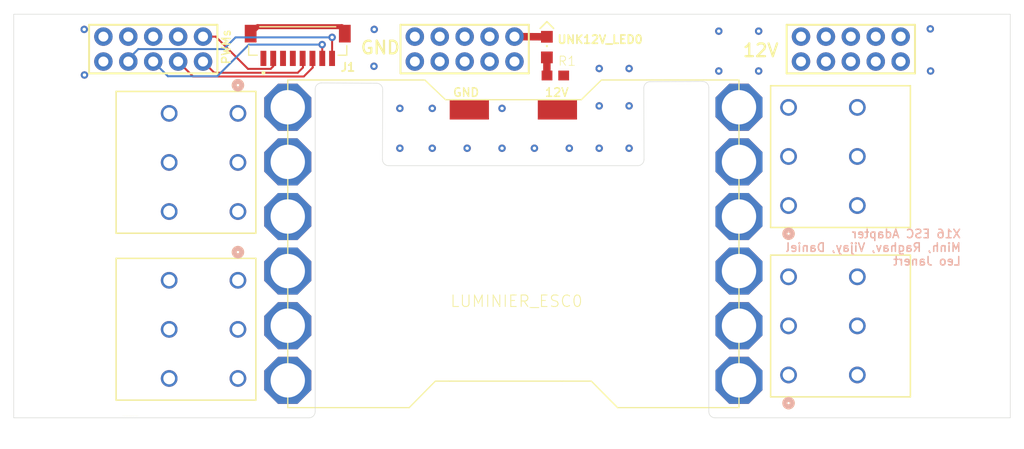
<source format=kicad_pcb>
(kicad_pcb (version 20240108) (generator "pcbnew") (generator_version "8.0")
  (layers (0 "F.Cu" signal) (31 "B.Cu" signal) (34 "B.Paste" user) (35 "F.Paste" user) (36 "B.SilkS" user "B.Silkscreen") (37 "F.SilkS" user "F.Silkscreen") (38 "B.Mask" user) (39 "F.Mask" user) (44 "Edge.Cuts" user))
  (net 0 "")
  (net 1 "12V")
  (net 2 "GND")
  (net 3 "ESC3A")
  (net 4 "ESC3B")
  (net 5 "ESC3C")
  (net 6 "ESC1A")
  (net 7 "ESC1B")
  (net 8 "ESC1C")
  (net 9 "ESC2A")
  (net 10 "ESC2B")
  (net 11 "ESC2C")
  (net 12 "ESC4A")
  (net 13 "ESC4B")
  (net 14 "ESC4C")
  (net 15 "MTR_1")
  (net 16 "MTR_2")
  (net 17 "MTR_3")
  (net 18 "MTR_4")
  (net 19 "N$1")
  (footprint "" (layer "F.Cu") (at 197.2691 111.208819)
    (property "Reference" "@HOLE9" (hide yes))
    (property "Value" "")
    (pad "" np_thru_hole circle (at 0 0) (size 1.778 1.778) (drill 1.778) (layers "*.Cu" "*.Mask"))
  )
  (footprint "X16-ESC-Adapter:CONN3_1824750000_WED" (layer "F.Cu") (at 176.6951 103.9368 90)
    (property "Reference" "ESC4")
    (property "Value" "CONN_1824750000")
    (fp_arc (start -2.4892 0) (mid -2.8702 0.381) (end -3.2512 0) (stroke (width 0.508)) (layer "B.SilkS"))
    (fp_arc (start -3.2512 0) (mid -2.8702 -0.381) (end -2.4892 0) (stroke (width 0.508)) (layer "B.SilkS"))
    (fp_line (start 12.2174 -1.8288) (end -2.2352 -1.8288) (stroke (width 0.1524)) (layer "F.SilkS"))
    (fp_line (start -2.2352 -1.8288) (end -2.2352 12.4206) (stroke (width 0.1524)) (layer "F.SilkS"))
    (fp_line (start 12.2174 12.4206) (end 12.2174 -1.8288) (stroke (width 0.1524)) (layer "F.SilkS"))
    (fp_line (start -2.2352 12.4206) (end 12.2174 12.4206) (stroke (width 0.1524)) (layer "F.SilkS"))
    (fp_arc (start -2.4892 0) (mid -2.8702 0.381) (end -3.2512 0) (stroke (width 0.508)) (layer "F.SilkS"))
    (fp_arc (start -3.2512 0) (mid -2.8702 -0.381) (end -2.4892 0) (stroke (width 0.508)) (layer "F.SilkS"))
    (pad "1" thru_hole circle (at 0 0 90) (size 1.7018 1.7018) (drill 1.1938) (layers "*.Cu" "*.Mask") (net 14 "ESC4C"))
    (pad "2" thru_hole circle (at 0 7.0104 90) (size 1.7018 1.7018) (drill 1.1938) (layers "*.Cu" "*.Mask") (net 14 "ESC4C"))
    (pad "3" thru_hole circle (at 5.0038 0 90) (size 1.7018 1.7018) (drill 1.1938) (layers "*.Cu" "*.Mask") (net 13 "ESC4B"))
    (pad "4" thru_hole circle (at 5.0038 7.0104 90) (size 1.7018 1.7018) (drill 1.1938) (layers "*.Cu" "*.Mask") (net 13 "ESC4B"))
    (pad "5" thru_hole circle (at 10.0076 0 90) (size 1.7018 1.7018) (drill 1.1938) (layers "*.Cu" "*.Mask") (net 12 "ESC4A"))
    (pad "6" thru_hole circle (at 10.0076 7.0104 90) (size 1.7018 1.7018) (drill 1.1938) (layers "*.Cu" "*.Mask") (net 12 "ESC4A"))
  )
  (footprint "X16-ESC-Adapter:0603_532" (layer "F.Cu") (at 152.9207 90.678 180)
    (property "Reference" "R1" (at -1.1938 0.9144 0) (layer "F.SilkS") (effects (font (size 0.942848 0.942848) (thickness 0.073152)) (justify bottom)))
    (property "Value" "0.1" (hide yes))
    (pad "1" smd rect (at -0.85 0 180) (size 1.1 1) (layers "F.Cu" "F.Paste" "F.Mask") (net 1 "12V"))
    (pad "2" smd rect (at 0.85 0 180) (size 1.1 1) (layers "F.Cu" "F.Paste" "F.Mask") (net 19 "N$1"))
  )
  (footprint "X16-ESC-Adapter:6-32-HOLE" (layer "F.Cu") (at 101.5111 88.2396)
    (property "Reference" "U$1" (hide yes))
    (property "Value" "")
    (pad "" np_thru_hole circle (at 0 0) (size 3.81 3.81) (drill 3.81) (layers "*.Cu" "*.Mask"))
  )
  (footprint "" (layer "F.Cu") (at 197.2691 116.20881)
    (property "Reference" "@HOLE10" (hide yes))
    (property "Value" "")
    (pad "" np_thru_hole circle (at 0 0) (size 1.778 1.778) (drill 1.778) (layers "*.Cu" "*.Mask"))
  )
  (footprint "X16-ESC-Adapter:CONN3_1824750000_WED" (layer "F.Cu") (at 120.5611 94.5388 -90)
    (property "Reference" "ESC1")
    (property "Value" "CONN_1824750000")
    (fp_arc (start -3.2512 0) (mid -2.8702 -0.381) (end -2.4892 0) (stroke (width 0.508)) (layer "B.SilkS"))
    (fp_arc (start -2.4892 0) (mid -2.8702 0.381) (end -3.2512 0) (stroke (width 0.508)) (layer "B.SilkS"))
    (fp_line (start -2.2352 12.4206) (end 12.2174 12.4206) (stroke (width 0.1524)) (layer "F.SilkS"))
    (fp_line (start 12.2174 12.4206) (end 12.2174 -1.8288) (stroke (width 0.1524)) (layer "F.SilkS"))
    (fp_line (start -2.2352 -1.8288) (end -2.2352 12.4206) (stroke (width 0.1524)) (layer "F.SilkS"))
    (fp_line (start 12.2174 -1.8288) (end -2.2352 -1.8288) (stroke (width 0.1524)) (layer "F.SilkS"))
    (fp_arc (start -3.2512 0) (mid -2.8702 -0.381) (end -2.4892 0) (stroke (width 0.508)) (layer "F.SilkS"))
    (fp_arc (start -2.4892 0) (mid -2.8702 0.381) (end -3.2512 0) (stroke (width 0.508)) (layer "F.SilkS"))
    (pad "1" thru_hole circle (at 0 0 270) (size 1.7018 1.7018) (drill 1.1938) (layers "*.Cu" "*.Mask") (net 6 "ESC1A"))
    (pad "2" thru_hole circle (at 0 7.0104 270) (size 1.7018 1.7018) (drill 1.1938) (layers "*.Cu" "*.Mask") (net 6 "ESC1A"))
    (pad "3" thru_hole circle (at 5.0038 0 270) (size 1.7018 1.7018) (drill 1.1938) (layers "*.Cu" "*.Mask") (net 7 "ESC1B"))
    (pad "4" thru_hole circle (at 5.0038 7.0104 270) (size 1.7018 1.7018) (drill 1.1938) (layers "*.Cu" "*.Mask") (net 7 "ESC1B"))
    (pad "5" thru_hole circle (at 10.0076 0 270) (size 1.7018 1.7018) (drill 1.1938) (layers "*.Cu" "*.Mask") (net 8 "ESC1C"))
    (pad "6" thru_hole circle (at 10.0076 7.0104 270) (size 1.7018 1.7018) (drill 1.1938) (layers "*.Cu" "*.Mask") (net 8 "ESC1C"))
  )
  (footprint "X16-ESC-Adapter:CONN3_1824750000_WED" (layer "F.Cu") (at 176.6951 121.2088 90)
    (property "Reference" "ESC3")
    (property "Value" "CONN_1824750000")
    (fp_arc (start -2.4892 0) (mid -2.8702 0.381) (end -3.2512 0) (stroke (width 0.508)) (layer "B.SilkS"))
    (fp_arc (start -3.2512 0) (mid -2.8702 -0.381) (end -2.4892 0) (stroke (width 0.508)) (layer "B.SilkS"))
    (fp_line (start 12.2174 -1.8288) (end -2.2352 -1.8288) (stroke (width 0.1524)) (layer "F.SilkS"))
    (fp_line (start -2.2352 -1.8288) (end -2.2352 12.4206) (stroke (width 0.1524)) (layer "F.SilkS"))
    (fp_line (start 12.2174 12.4206) (end 12.2174 -1.8288) (stroke (width 0.1524)) (layer "F.SilkS"))
    (fp_line (start -2.2352 12.4206) (end 12.2174 12.4206) (stroke (width 0.1524)) (layer "F.SilkS"))
    (fp_arc (start -2.4892 0) (mid -2.8702 0.381) (end -3.2512 0) (stroke (width 0.508)) (layer "F.SilkS"))
    (fp_arc (start -3.2512 0) (mid -2.8702 -0.381) (end -2.4892 0) (stroke (width 0.508)) (layer "F.SilkS"))
    (pad "1" thru_hole circle (at 0 0 90) (size 1.7018 1.7018) (drill 1.1938) (layers "*.Cu" "*.Mask") (net 5 "ESC3C"))
    (pad "2" thru_hole circle (at 0 7.0104 90) (size 1.7018 1.7018) (drill 1.1938) (layers "*.Cu" "*.Mask") (net 5 "ESC3C"))
    (pad "3" thru_hole circle (at 5.0038 0 90) (size 1.7018 1.7018) (drill 1.1938) (layers "*.Cu" "*.Mask") (net 4 "ESC3B"))
    (pad "4" thru_hole circle (at 5.0038 7.0104 90) (size 1.7018 1.7018) (drill 1.1938) (layers "*.Cu" "*.Mask") (net 4 "ESC3B"))
    (pad "5" thru_hole circle (at 10.0076 0 90) (size 1.7018 1.7018) (drill 1.1938) (layers "*.Cu" "*.Mask") (net 3 "ESC3A"))
    (pad "6" thru_hole circle (at 10.0076 7.0104 90) (size 1.7018 1.7018) (drill 1.1938) (layers "*.Cu" "*.Mask") (net 3 "ESC3A"))
  )
  (footprint "" (layer "F.Cu") (at 99.7331 99.538791)
    (property "Reference" "@HOLE1" (hide yes))
    (property "Value" "")
    (pad "" np_thru_hole circle (at 0 0) (size 1.778 1.778) (drill 1.778) (layers "*.Cu" "*.Mask"))
  )
  (footprint "X16-ESC-Adapter:CHIPLED_0805_259" (layer "F.Cu") (at 152.0571 87.7824)
    (property "Reference" "UNK12V_LED0" (at 0.9906 -0.2794 0) (layer "F.SilkS") (effects (font (size 0.84074 0.84074) (thickness 0.17526)) (justify left bottom)))
    (property "Value" "")
    (fp_poly (pts (xy -0.1 0) (xy 0.1 0) (xy 0.1 -0.2) (xy -0.1 -0.2)) (fill solid) (layer "F.SilkS"))
    (pad "A" smd rect (at 0 1.05) (size 1.2 1.2) (layers "F.Cu" "F.Paste" "F.Mask") (net 19 "N$1"))
    (pad "C" smd rect (at 0 -1.05) (size 1.2 1.2) (layers "F.Cu" "F.Paste" "F.Mask") (net 2 "GND"))
  )
  (footprint "" (layer "F.Cu") (at 197.2691 121.2088)
    (property "Reference" "@HOLE11" (hide yes))
    (property "Value" "")
    (pad "" np_thru_hole circle (at 0 0) (size 1.778 1.778) (drill 1.778) (layers "*.Cu" "*.Mask"))
  )
  (footprint "X16-ESC-Adapter:6-32-HOLE" (layer "F.Cu") (at 195.4911 88.2396)
    (property "Reference" "U$2" (hide yes))
    (property "Value" "")
    (pad "" np_thru_hole circle (at 0 0) (size 3.81 3.81) (drill 3.81) (layers "*.Cu" "*.Mask"))
  )
  (footprint "X16-ESC-Adapter:CONN_BACKPLANE_ESC_ADAPTER" (layer "F.Cu") (at 97.7011 125.5776)
    (property "Reference" "PWR0" (hide yes))
    (property "Value" "CONN_BACKPLANE_ESC_ADAPTER" (hide yes))
    (fp_line (start 7.684 -35.117) (end 7.684 -40.067) (stroke (width 0.2)) (layer "F.SilkS"))
    (fp_line (start 20.764 -40.067) (end 7.684 -40.067) (stroke (width 0.2)) (layer "F.SilkS"))
    (fp_line (start 20.764 -40.067) (end 20.764 -35.117) (stroke (width 0.2)) (layer "F.SilkS"))
    (fp_line (start 20.764 -35.117) (end 7.684 -35.117) (stroke (width 0.2)) (layer "F.SilkS"))
    (fp_line (start 39.434 -35.117) (end 39.434 -40.067) (stroke (width 0.2)) (layer "F.SilkS"))
    (fp_line (start 52.514 -40.067) (end 39.434 -40.067) (stroke (width 0.2)) (layer "F.SilkS"))
    (fp_line (start 52.514 -40.067) (end 52.514 -35.117) (stroke (width 0.2)) (layer "F.SilkS"))
    (fp_line (start 52.514 -35.117) (end 39.434 -35.117) (stroke (width 0.2)) (layer "F.SilkS"))
    (fp_line (start 78.804 -35.117) (end 78.804 -40.067) (stroke (width 0.2)) (layer "F.SilkS"))
    (fp_line (start 91.884 -40.067) (end 78.804 -40.067) (stroke (width 0.2)) (layer "F.SilkS"))
    (fp_line (start 91.884 -40.067) (end 91.884 -35.117) (stroke (width 0.2)) (layer "F.SilkS"))
    (fp_line (start 91.884 -35.117) (end 78.804 -35.117) (stroke (width 0.2)) (layer "F.SilkS"))
    (pad "12V@3" thru_hole circle (at 90.424 -36.322 180) (size 1.8796 1.8796) (drill 1.016) (layers "*.Cu" "*.Mask") (net 1 "12V"))
    (pad "12V@4" thru_hole circle (at 90.424 -38.862 180) (size 1.8796 1.8796) (drill 1.016) (layers "*.Cu" "*.Mask") (net 1 "12V"))
    (pad "12V@5" thru_hole circle (at 87.884 -36.322 180) (size 1.8796 1.8796) (drill 1.016) (layers "*.Cu" "*.Mask") (net 1 "12V"))
    (pad "12V@6" thru_hole circle (at 87.884 -38.862 180) (size 1.8796 1.8796) (drill 1.016) (layers "*.Cu" "*.Mask") (net 1 "12V"))
    (pad "12V@7" thru_hole circle (at 85.344 -36.322 180) (size 1.8796 1.8796) (drill 1.016) (layers "*.Cu" "*.Mask") (net 1 "12V"))
    (pad "12V@8" thru_hole circle (at 85.344 -38.862 180) (size 1.8796 1.8796) (drill 1.016) (layers "*.Cu" "*.Mask") (net 1 "12V"))
    (pad "12V@9" thru_hole circle (at 82.804 -36.322 180) (size 1.8796 1.8796) (drill 1.016) (layers "*.Cu" "*.Mask") (net 1 "12V"))
    (pad "12V@10" thru_hole circle (at 82.804 -38.862 180) (size 1.8796 1.8796) (drill 1.016) (layers "*.Cu" "*.Mask") (net 1 "12V"))
    (pad "12V@11" thru_hole circle (at 80.264 -36.322 180) (size 1.8796 1.8796) (drill 1.016) (layers "*.Cu" "*.Mask") (net 1 "12V"))
    (pad "12V@12" thru_hole circle (at 80.264 -38.862 180) (size 1.8796 1.8796) (drill 1.016) (layers "*.Cu" "*.Mask") (net 1 "12V"))
    (pad "GND@1" thru_hole circle (at 51.054 -38.862) (size 1.8796 1.8796) (drill 1.016) (layers "*.Cu" "*.Mask") (net 2 "GND"))
    (pad "GND@2" thru_hole circle (at 51.054 -36.322) (size 1.8796 1.8796) (drill 1.016) (layers "*.Cu" "*.Mask") (net 2 "GND"))
    (pad "GND@3" thru_hole circle (at 48.514 -38.862) (size 1.8796 1.8796) (drill 1.016) (layers "*.Cu" "*.Mask") (net 2 "GND"))
    (pad "GND@4" thru_hole circle (at 48.514 -36.322) (size 1.8796 1.8796) (drill 1.016) (layers "*.Cu" "*.Mask") (net 2 "GND"))
    (pad "GND@5" thru_hole circle (at 45.974 -38.862) (size 1.8796 1.8796) (drill 1.016) (layers "*.Cu" "*.Mask") (net 2 "GND"))
    (pad "GND@6" thru_hole circle (at 45.974 -36.322) (size 1.8796 1.8796) (drill 1.016) (layers "*.Cu" "*.Mask") (net 2 "GND"))
    (pad "GND@7" thru_hole circle (at 43.434 -38.862) (size 1.8796 1.8796) (drill 1.016) (layers "*.Cu" "*.Mask") (net 2 "GND"))
    (pad "GND@8" thru_hole circle (at 43.434 -36.322) (size 1.8796 1.8796) (drill 1.016) (layers "*.Cu" "*.Mask") (net 2 "GND"))
    (pad "GND@9" thru_hole circle (at 40.894 -38.862) (size 1.8796 1.8796) (drill 1.016) (layers "*.Cu" "*.Mask") (net 2 "GND"))
    (pad "GND@10" thru_hole circle (at 40.894 -36.322) (size 1.8796 1.8796) (drill 1.016) (layers "*.Cu" "*.Mask") (net 2 "GND"))
    (pad "NC@1" thru_hole circle (at 19.304 -38.862) (size 1.8796 1.8796) (drill 1.016) (layers "*.Cu" "*.Mask") (net 2 "GND"))
    (pad "NC@2" thru_hole circle (at 16.764 -38.862) (size 1.8796 1.8796) (drill 1.016) (layers "*.Cu" "*.Mask") (net 2 "GND"))
    (pad "NC@3" thru_hole circle (at 14.224 -38.862) (size 1.8796 1.8796) (drill 1.016) (layers "*.Cu" "*.Mask") (net 2 "GND"))
    (pad "NC@4" thru_hole circle (at 11.684 -38.862) (size 1.8796 1.8796) (drill 1.016) (layers "*.Cu" "*.Mask") (net 2 "GND"))
    (pad "NC@5" thru_hole circle (at 9.144 -38.862) (size 1.8796 1.8796) (drill 1.016) (layers "*.Cu" "*.Mask") (net 2 "GND"))
    (pad "NC@6" thru_hole circle (at 9.144 -36.322) (size 1.8796 1.8796) (drill 1.016) (layers "*.Cu" "*.Mask") (net 2 "GND"))
    (pad "PWM0" thru_hole circle (at 19.304 -36.322) (size 1.8796 1.8796) (drill 1.016) (layers "*.Cu" "*.Mask") (net 15 "MTR_1"))
    (pad "PWM1" thru_hole circle (at 16.764 -36.322) (size 1.8796 1.8796) (drill 1.016) (layers "*.Cu" "*.Mask") (net 16 "MTR_2"))
    (pad "PWM2" thru_hole circle (at 14.224 -36.322) (size 1.8796 1.8796) (drill 1.016) (layers "*.Cu" "*.Mask") (net 17 "MTR_3"))
    (pad "PWM3" thru_hole circle (at 11.684 -36.322) (size 1.8796 1.8796) (drill 1.016) (layers "*.Cu" "*.Mask") (net 18 "MTR_4"))
  )
  (footprint "X16-ESC-Adapter:CONN3_1824750000_WED" (layer "F.Cu") (at 120.5611 111.5568 -90)
    (property "Reference" "ESC2")
    (property "Value" "CONN_1824750000")
    (fp_arc (start -3.2512 0) (mid -2.8702 -0.381) (end -2.4892 0) (stroke (width 0.508)) (layer "B.SilkS"))
    (fp_arc (start -2.4892 0) (mid -2.8702 0.381) (end -3.2512 0) (stroke (width 0.508)) (layer "B.SilkS"))
    (fp_line (start -2.2352 12.4206) (end 12.2174 12.4206) (stroke (width 0.1524)) (layer "F.SilkS"))
    (fp_line (start 12.2174 12.4206) (end 12.2174 -1.8288) (stroke (width 0.1524)) (layer "F.SilkS"))
    (fp_line (start -2.2352 -1.8288) (end -2.2352 12.4206) (stroke (width 0.1524)) (layer "F.SilkS"))
    (fp_line (start 12.2174 -1.8288) (end -2.2352 -1.8288) (stroke (width 0.1524)) (layer "F.SilkS"))
    (fp_arc (start -3.2512 0) (mid -2.8702 -0.381) (end -2.4892 0) (stroke (width 0.508)) (layer "F.SilkS"))
    (fp_arc (start -2.4892 0) (mid -2.8702 0.381) (end -3.2512 0) (stroke (width 0.508)) (layer "F.SilkS"))
    (pad "1" thru_hole circle (at 0 0 270) (size 1.7018 1.7018) (drill 1.1938) (layers "*.Cu" "*.Mask") (net 9 "ESC2A"))
    (pad "2" thru_hole circle (at 0 7.0104 270) (size 1.7018 1.7018) (drill 1.1938) (layers "*.Cu" "*.Mask") (net 9 "ESC2A"))
    (pad "3" thru_hole circle (at 5.0038 0 270) (size 1.7018 1.7018) (drill 1.1938) (layers "*.Cu" "*.Mask") (net 10 "ESC2B"))
    (pad "4" thru_hole circle (at 5.0038 7.0104 270) (size 1.7018 1.7018) (drill 1.1938) (layers "*.Cu" "*.Mask") (net 10 "ESC2B"))
    (pad "5" thru_hole circle (at 10.0076 0 270) (size 1.7018 1.7018) (drill 1.1938) (layers "*.Cu" "*.Mask") (net 11 "ESC2C"))
    (pad "6" thru_hole circle (at 10.0076 7.0104 270) (size 1.7018 1.7018) (drill 1.1938) (layers "*.Cu" "*.Mask") (net 11 "ESC2C"))
  )
  (footprint "X16-ESC-Adapter:JST_BM08B-SRSS-TB(LF)(SN)" (layer "F.Cu") (at 126.6571 86.4108)
    (property "Reference" "J1" (at 4.2814 3.9206 0) (layer "F.SilkS") (effects (font (size 0.84074 0.84074) (thickness 0.17526)) (justify left bottom)))
    (property "Value" "BM08B-SRSS-TB(LF)(SN)")
    (fp_line (start -5 2.2) (end -5 1.22) (stroke (width 0.127)) (layer "F.SilkS"))
    (fp_line (start -4.12 2.2) (end -5 2.2) (stroke (width 0.127)) (layer "F.SilkS"))
    (fp_line (start -3.88 -0.7) (end 3.88 -0.7) (stroke (width 0.127)) (layer "F.SilkS"))
    (fp_line (start 5 2.2) (end 4.12 2.2) (stroke (width 0.127)) (layer "F.SilkS"))
    (fp_line (start 5 2.2) (end 5 1.22) (stroke (width 0.127)) (layer "F.SilkS"))
    (fp_circle (center -3.5 4) (end -3.4 4) (stroke (width 0.2)) (fill none) (layer "F.SilkS"))
    (pad "1" smd rect (at -3.5 2.525) (size 0.6 1.55) (layers "F.Cu" "F.Paste" "F.Mask"))
    (pad "2" smd rect (at -2.5 2.525) (size 0.6 1.55) (layers "F.Cu" "F.Paste" "F.Mask") (net 2 "GND"))
    (pad "3" smd rect (at -1.5 2.525) (size 0.6 1.55) (layers "F.Cu" "F.Paste" "F.Mask"))
    (pad "4" smd rect (at -0.5 2.525) (size 0.6 1.55) (layers "F.Cu" "F.Paste" "F.Mask"))
    (pad "5" smd rect (at 0.5 2.525) (size 0.6 1.55) (layers "F.Cu" "F.Paste" "F.Mask") (net 15 "MTR_1"))
    (pad "6" smd rect (at 1.5 2.525) (size 0.6 1.55) (layers "F.Cu" "F.Paste" "F.Mask") (net 16 "MTR_2"))
    (pad "7" smd rect (at 2.5 2.525) (size 0.6 1.55) (layers "F.Cu" "F.Paste" "F.Mask") (net 17 "MTR_3"))
    (pad "8" smd rect (at 3.5 2.525) (size 0.6 1.55) (layers "F.Cu" "F.Paste" "F.Mask") (net 18 "MTR_4"))
    (pad "S1" smd rect (at -4.8 0) (size 1.2 1.8) (layers "F.Cu" "F.Paste" "F.Mask") (net 2 "GND"))
    (pad "S2" smd rect (at 4.8 0) (size 1.2 1.8) (layers "F.Cu" "F.Paste" "F.Mask") (net 2 "GND"))
  )
  (footprint "" (layer "F.Cu") (at 99.7331 121.556782)
    (property "Reference" "@HOLE5" (hide yes))
    (property "Value" "")
    (pad "" np_thru_hole circle (at 0 0) (size 1.778 1.778) (drill 1.778) (layers "*.Cu" "*.Mask"))
  )
  (footprint "X16-ESC-Adapter:LUMENIER" (layer "F.Cu") (at 125.6411 124.5362)
    (property "Reference" "LUMINIER_ESC0" (at 16.51 -10.16 0) (layer "F.SilkS") (effects (font (size 1.176528 1.176528) (thickness 0.093472)) (justify left bottom)))
    (property "Value" "LUMENIER" (hide yes))
    (fp_line (start 0 -33.4) (end 0 0) (stroke (width 0.127)) (layer "F.SilkS"))
    (fp_line (start 0 -33.4) (end 13.97 -33.4) (stroke (width 0.127)) (layer "F.SilkS"))
    (fp_line (start 0 0) (end 12.38 0) (stroke (width 0.127)) (layer "F.SilkS"))
    (fp_line (start 12.38 0) (end 15.05 -2.7) (stroke (width 0.127)) (layer "F.SilkS"))
    (fp_line (start 13.97 -33.4) (end 16.08 -31.39) (stroke (width 0.127)) (layer "F.SilkS"))
    (fp_line (start 15.05 -2.7) (end 16.51 -2.7) (stroke (width 0.127)) (layer "F.SilkS"))
    (fp_line (start 16.08 -31.39) (end 16.77 -31.39) (stroke (width 0.127)) (layer "F.SilkS"))
    (fp_line (start 16.51 -2.7) (end 27.94 -2.7) (stroke (width 0.127)) (layer "F.SilkS"))
    (fp_line (start 16.77 -31.39) (end 20.25 -31.39) (stroke (width 0.127)) (layer "F.SilkS"))
    (fp_line (start 20.25 -31.39) (end 29.93 -31.39) (stroke (width 0.127)) (layer "F.SilkS"))
    (fp_line (start 27.94 -2.7) (end 30.95 -2.7) (stroke (width 0.127)) (layer "F.SilkS"))
    (fp_line (start 29.93 -31.39) (end 31.98 -33.4) (stroke (width 0.127)) (layer "F.SilkS"))
    (fp_line (start 30.95 -2.7) (end 33.62 0) (stroke (width 0.127)) (layer "F.SilkS"))
    (fp_line (start 31.98 -33.4) (end 46 -33.4) (stroke (width 0.127)) (layer "F.SilkS"))
    (fp_line (start 33.62 0) (end 46 0) (stroke (width 0.127)) (layer "F.SilkS"))
    (fp_line (start 46 0) (end 46 -33.4) (stroke (width 0.127)) (layer "F.SilkS"))
    (pad "1" thru_hole roundrect (at 0 -30.62) (size 4.8 4.8) (drill 3.5) (layers "*.Cu" "*.Mask") (chamfer_ratio 0.2928932188) (chamfer top_left top_right bottom_left bottom_right) (net 6 "ESC1A"))
    (pad "2" thru_hole roundrect (at 0 -25.05) (size 4.8 4.8) (drill 3.5) (layers "*.Cu" "*.Mask") (chamfer_ratio 0.2928932188) (chamfer top_left top_right bottom_left bottom_right) (net 7 "ESC1B"))
    (pad "3" thru_hole roundrect (at 0 -19.48) (size 4.8 4.8) (drill 3.5) (layers "*.Cu" "*.Mask") (chamfer_ratio 0.2928932188) (chamfer top_left top_right bottom_left bottom_right) (net 8 "ESC1C"))
    (pad "4" thru_hole roundrect (at 0 -13.92) (size 4.8 4.8) (drill 3.5) (layers "*.Cu" "*.Mask") (chamfer_ratio 0.2928932188) (chamfer top_left top_right bottom_left bottom_right) (net 9 "ESC2A"))
    (pad "5" thru_hole roundrect (at 0 -8.35) (size 4.8 4.8) (drill 3.5) (layers "*.Cu" "*.Mask") (chamfer_ratio 0.2928932188) (chamfer top_left top_right bottom_left bottom_right) (net 10 "ESC2B"))
    (pad "6" thru_hole roundrect (at 0 -2.78) (size 4.8 4.8) (drill 3.5) (layers "*.Cu" "*.Mask") (chamfer_ratio 0.2928932188) (chamfer top_left top_right bottom_left bottom_right) (net 11 "ESC2C"))
    (pad "7" thru_hole roundrect (at 46 -2.78) (size 4.8 4.8) (drill 3.5) (layers "*.Cu" "*.Mask") (chamfer_ratio 0.2928932188) (chamfer top_left top_right bottom_left bottom_right) (net 5 "ESC3C"))
    (pad "8" thru_hole roundrect (at 46 -8.35) (size 4.8 4.8) (drill 3.5) (layers "*.Cu" "*.Mask") (chamfer_ratio 0.2928932188) (chamfer top_left top_right bottom_left bottom_right) (net 4 "ESC3B"))
    (pad "9" thru_hole roundrect (at 46 -13.92) (size 4.8 4.8) (drill 3.5) (layers "*.Cu" "*.Mask") (chamfer_ratio 0.2928932188) (chamfer top_left top_right bottom_left bottom_right) (net 3 "ESC3A"))
    (pad "10" thru_hole roundrect (at 46 -19.48) (size 4.8 4.8) (drill 3.5) (layers "*.Cu" "*.Mask") (chamfer_ratio 0.2928932188) (chamfer top_left top_right bottom_left bottom_right) (net 14 "ESC4C"))
    (pad "11" thru_hole roundrect (at 46 -25.05) (size 4.8 4.8) (drill 3.5) (layers "*.Cu" "*.Mask") (chamfer_ratio 0.2928932188) (chamfer top_left top_right bottom_left bottom_right) (net 13 "ESC4B"))
    (pad "12" thru_hole roundrect (at 46 -30.62) (size 4.8 4.8) (drill 3.5) (layers "*.Cu" "*.Mask") (chamfer_ratio 0.2928932188) (chamfer top_left top_right bottom_left bottom_right) (net 12 "ESC4A"))
    (pad "GND" smd rect (at 18.51 -30.37) (size 4 2) (layers "F.Cu" "F.Paste" "F.Mask") (net 2 "GND"))
    (pad "VIN" smd rect (at 27.49 -30.37) (size 4 2) (layers "F.Cu" "F.Paste" "F.Mask") (net 1 "12V"))
  )
  (footprint "" (layer "F.Cu") (at 99.7331 94.5388)
    (property "Reference" "@HOLE0" (hide yes))
    (property "Value" "")
    (pad "" np_thru_hole circle (at 0 0) (size 1.778 1.778) (drill 1.778) (layers "*.Cu" "*.Mask"))
  )
  (footprint "" (layer "F.Cu") (at 99.7331 111.5568)
    (property "Reference" "@HOLE3" (hide yes))
    (property "Value" "")
    (pad "" np_thru_hole circle (at 0 0) (size 1.778 1.778) (drill 1.778) (layers "*.Cu" "*.Mask"))
  )
  (footprint "" (layer "F.Cu") (at 197.2691 99.538791)
    (property "Reference" "@HOLE7" (hide yes))
    (property "Value" "")
    (pad "" np_thru_hole circle (at 0 0) (size 1.778 1.778) (drill 1.778) (layers "*.Cu" "*.Mask"))
  )
  (footprint "" (layer "F.Cu") (at 99.7331 116.556791)
    (property "Reference" "@HOLE4" (hide yes))
    (property "Value" "")
    (pad "" np_thru_hole circle (at 0 0) (size 1.778 1.778) (drill 1.778) (layers "*.Cu" "*.Mask"))
  )
  (footprint "" (layer "F.Cu") (at 197.2691 94.5388)
    (property "Reference" "@HOLE6" (hide yes))
    (property "Value" "")
    (pad "" np_thru_hole circle (at 0 0) (size 1.778 1.778) (drill 1.778) (layers "*.Cu" "*.Mask"))
  )
  (footprint "" (layer "F.Cu") (at 99.7331 104.538782)
    (property "Reference" "@HOLE2" (hide yes))
    (property "Value" "")
    (pad "" np_thru_hole circle (at 0 0) (size 1.778 1.778) (drill 1.778) (layers "*.Cu" "*.Mask"))
  )
  (footprint "" (layer "F.Cu") (at 197.2691 104.538782)
    (property "Reference" "@HOLE8" (hide yes))
    (property "Value" "")
    (pad "" np_thru_hole circle (at 0 0) (size 1.778 1.778) (drill 1.778) (layers "*.Cu" "*.Mask"))
  )
  (gr_line (start 152.7429 85.8774) (end 152.0571 85.1916) (stroke (width 0.1524)) (layer "F.SilkS"))
  (gr_line (start 151.3713 85.8774) (end 152.0571 85.1916) (stroke (width 0.1524)) (layer "F.SilkS"))
  (gr_line (start 127.8001 125.5776) (end 97.7011 125.5776) (stroke (width 0.05)) (layer "Edge.Cuts"))
  (gr_line (start 161.961209 99.23566) (end 161.939581 91.946982) (stroke (width 0.05)) (layer "Edge.Cuts"))
  (gr_line (start 135.3185 92.101097) (end 135.3185 92.3036) (stroke (width 0.05)) (layer "Edge.Cuts"))
  (gr_arc (start 135.928559 99.8728) (mid 135.478666 99.685824) (end 135.293565 99.235157) (stroke (width 0.05)) (layer "Edge.Cuts"))
  (gr_line (start 128.4351 92.070754) (end 128.4351 124.9426) (stroke (width 0.05)) (layer "Edge.Cuts"))
  (gr_arc (start 161.939581 91.946982) (mid 162.123893 91.497784) (end 162.571706 91.310133) (stroke (width 0.05)) (layer "Edge.Cuts"))
  (gr_line (start 135.3185 92.3036) (end 135.293565 99.235157) (stroke (width 0.05)) (layer "Edge.Cuts"))
  (gr_arc (start 161.961208 99.235661) (mid 161.77598 99.686056) (end 161.326212 99.8728) (stroke (width 0.05)) (layer "Edge.Cuts"))
  (gr_arc (start 128.435099 92.070754) (mid 128.62227 91.620498) (end 129.073531 91.435763) (stroke (width 0.05)) (layer "Edge.Cuts"))
  (gr_line (start 162.571706 91.310132) (end 167.929228 91.285891) (stroke (width 0.05)) (layer "Edge.Cuts"))
  (gr_line (start 134.686931 91.466107) (end 129.073531 91.435763) (stroke (width 0.05)) (layer "Edge.Cuts"))
  (gr_line (start 199.3011 84.4296) (end 97.7011 84.4296) (stroke (width 0.05)) (layer "Edge.Cuts"))
  (gr_line (start 168.5671 91.920885) (end 168.5671 124.9426) (stroke (width 0.05)) (layer "Edge.Cuts"))
  (gr_arc (start 167.929228 91.285891) (mid 168.380141 91.470814) (end 168.5671 91.920886) (stroke (width 0.05)) (layer "Edge.Cuts"))
  (gr_line (start 169.2021 125.5776) (end 199.3011 125.5776) (stroke (width 0.05)) (layer "Edge.Cuts"))
  (gr_line (start 135.928559 99.8728) (end 161.326212 99.8728) (stroke (width 0.05)) (layer "Edge.Cuts"))
  (gr_arc (start 169.2021 125.5776) (mid 168.753087 125.391613) (end 168.5671 124.9426) (stroke (width 0.05)) (layer "Edge.Cuts"))
  (gr_arc (start 134.686931 91.466107) (mid 135.13375 91.653275) (end 135.318501 92.101098) (stroke (width 0.05)) (layer "Edge.Cuts"))
  (gr_arc (start 128.4351 124.9426) (mid 128.249113 125.391613) (end 127.8001 125.5776) (stroke (width 0.05)) (layer "Edge.Cuts"))
  (gr_line (start 97.7011 125.5776) (end 97.7011 84.4296) (stroke (width 0.05)) (layer "Edge.Cuts"))
  (gr_line (start 199.3011 125.5776) (end 199.3011 84.4296) (stroke (width 0.05)) (layer "Edge.Cuts"))
  (gr_text "X16 ESC Adapter\nMinh, Raghav, Vijay, Daniel\nLeo Janert" (at 194.3481 110.109 0) (layer "B.SilkS") (effects (font (size 0.8636 0.8636) (thickness 0.1524)) (justify left bottom mirror)))
  (gr_text "12V" (at 151.7777 92.9132 0) (layer "F.SilkS") (effects (font (size 0.8636 0.8636) (thickness 0.1524)) (justify left bottom)))
  (gr_text "GND" (at 132.9563 88.5952 0) (layer "F.SilkS") (effects (font (size 1.2954 1.2954) (thickness 0.2286)) (justify left bottom)))
  (gr_text "PWMs" (at 119.8753 89.6366 90) (layer "F.SilkS") (effects (font (size 0.8636 0.8636) (thickness 0.1524)) (justify left bottom)))
  (gr_text "GND" (at 142.4051 92.9132 0) (layer "F.SilkS") (effects (font (size 0.8636 0.8636) (thickness 0.1524)) (justify left bottom)))
  (gr_text "12V" (at 171.9199 88.8746 0) (layer "F.SilkS") (effects (font (size 1.2954 1.2954) (thickness 0.2286)) (justify left bottom)))
  (gr_text "C:/Users/leoja/Downloads/snoopy bmp.bmp" (at 108.7755 125.4252 0) (layer "F.SilkS") (effects (font (size 0.046736 0.046736) (thickness 0.004064)) (justify left bottom)))
  (via (at 157.3911 93.7768) (size 0.7564) (drill 0.35) (layers "F.Cu" "B.Cu") (net 1))
  (via (at 160.4391 93.7768) (size 0.7564) (drill 0.35) (layers "F.Cu" "B.Cu") (net 1))
  (via (at 160.4391 89.9668) (size 0.7564) (drill 0.35) (layers "F.Cu" "B.Cu") (net 1))
  (via (at 160.4391 98.0948) (size 0.7564) (drill 0.35) (layers "F.Cu" "B.Cu") (net 1))
  (via (at 157.3911 89.9668) (size 0.7564) (drill 0.35) (layers "F.Cu" "B.Cu") (net 1))
  (via (at 169.5831 86.1568) (size 0.7564) (drill 0.35) (layers "F.Cu" "B.Cu") (net 1))
  (via (at 173.6471 90.2208) (size 0.7564) (drill 0.35) (layers "F.Cu" "B.Cu") (net 1))
  (via (at 150.7871 98.0948) (size 0.7564) (drill 0.35) (layers "F.Cu" "B.Cu") (net 1))
  (via (at 169.5831 90.2208) (size 0.7564) (drill 0.35) (layers "F.Cu" "B.Cu") (net 1))
  (via (at 154.3431 98.0948) (size 0.7564) (drill 0.35) (layers "F.Cu" "B.Cu") (net 1))
  (via (at 191.1731 90.2208) (size 0.7564) (drill 0.35) (layers "F.Cu" "B.Cu") (net 1))
  (via (at 157.3911 98.0948) (size 0.7564) (drill 0.35) (layers "F.Cu" "B.Cu") (net 1))
  (via (at 173.6471 86.1568) (size 0.7564) (drill 0.35) (layers "F.Cu" "B.Cu") (net 1))
  (via (at 191.1477 85.9282) (size 0.7564) (drill 0.35) (layers "F.Cu" "B.Cu") (net 1))
  (segment (start 131.4571 86.0044) (end 131.1523 85.6996) (width 0.508) (layer "F.Cu") (net 2))
  (segment (start 122.5683 85.6996) (end 121.8571 86.4108) (width 0.508) (layer "F.Cu") (net 2))
  (segment (start 118.296087 86.7156) (end 117.0051 86.7156) (width 0.2032) (layer "F.Cu") (net 2))
  (segment (start 124.1571 89.7486) (end 123.9025 90.0032) (width 0.2032) (layer "F.Cu") (net 2))
  (segment (start 118.296087 86.7156) (end 121.583687 90.0032) (width 0.2032) (layer "F.Cu") (net 2))
  (segment (start 131.4571 86.4108) (end 131.4571 86.0044) (width 0.508) (layer "F.Cu") (net 2))
  (segment (start 123.9025 90.0032) (end 121.583687 90.0032) (width 0.2032) (layer "F.Cu") (net 2))
  (segment (start 124.1571 89.7486) (end 124.1571 88.9358) (width 0.2032) (layer "F.Cu") (net 2))
  (segment (start 152.0571 86.7324) (end 148.7551 86.7156) (width 0.762) (layer "F.Cu") (net 2))
  (segment (start 131.1523 85.6996) (end 122.5683 85.6996) (width 0.508) (layer "F.Cu") (net 2))
  (via (at 137.0711 94.0308) (size 0.7564) (drill 0.35) (layers "F.Cu" "B.Cu") (net 2))
  (via (at 143.9291 98.0948) (size 0.7564) (drill 0.35) (layers "F.Cu" "B.Cu") (net 2))
  (via (at 147.4851 94.0308) (size 0.7564) (drill 0.35) (layers "F.Cu" "B.Cu") (net 2))
  (via (at 137.0711 98.0948) (size 0.7564) (drill 0.35) (layers "F.Cu" "B.Cu") (net 2))
  (via (at 104.9147 90.6272) (size 0.7564) (drill 0.35) (layers "F.Cu" "B.Cu") (net 2))
  (via (at 134.4295 89.7382) (size 0.7564) (drill 0.35) (layers "F.Cu" "B.Cu") (net 2))
  (via (at 140.3731 94.0308) (size 0.7564) (drill 0.35) (layers "F.Cu" "B.Cu") (net 2))
  (via (at 140.3731 98.0948) (size 0.7564) (drill 0.35) (layers "F.Cu" "B.Cu") (net 2))
  (via (at 147.4851 98.0948) (size 0.7564) (drill 0.35) (layers "F.Cu" "B.Cu") (net 2))
  (via (at 134.4549 85.979) (size 0.7564) (drill 0.35) (layers "F.Cu" "B.Cu") (net 2))
  (via (at 104.8893 85.979) (size 0.7564) (drill 0.35) (layers "F.Cu" "B.Cu") (net 2))
  (segment (start 127.1905 88.9692) (end 127.1905 89.8652) (width 0.2032) (layer "F.Cu") (net 15))
  (segment (start 126.6571 90.3986) (end 118.1481 90.3986) (width 0.2032) (layer "F.Cu") (net 15))
  (segment (start 118.1481 90.3986) (end 117.0051 89.2556) (width 0.2032) (layer "F.Cu") (net 15))
  (segment (start 127.1571 88.9358) (end 127.1905 88.9692) (width 0.2032) (layer "F.Cu") (net 15))
  (segment (start 127.1905 89.8652) (end 126.6571 90.3986) (width 0.2032) (layer "F.Cu") (net 15))
  (segment (start 128.186712 88.965413) (end 128.186712 89.8652) (width 0.2032) (layer "F.Cu") (net 16))
  (segment (start 127.272312 90.7796) (end 115.9891 90.7796) (width 0.2032) (layer "F.Cu") (net 16))
  (segment (start 128.186712 89.8652) (end 127.272312 90.7796) (width 0.2032) (layer "F.Cu") (net 16))
  (segment (start 128.1571 88.9358) (end 128.186712 88.965413) (width 0.2032) (layer "F.Cu") (net 16))
  (segment (start 114.4651 89.2556) (end 115.9891 90.7796) (width 0.2032) (layer "F.Cu") (net 16))
  (segment (start 129.1571 88.9358) (end 129.1571 87.5392) (width 0.2032) (layer "F.Cu") (net 17))
  (segment (start 129.1571 87.5392) (end 129.1463 87.5284) (width 0.2032) (layer "F.Cu") (net 17))
  (via (at 129.1463 87.5284) (size 0.7564) (drill 0.35) (layers "F.Cu" "B.Cu") (net 17))
  (segment (start 111.9251 89.2556) (end 113.4237 90.7542) (width 0.2032) (layer "B.Cu") (net 17))
  (segment (start 113.4237 90.7542) (end 118.4529 90.7542) (width 0.2032) (layer "B.Cu") (net 17))
  (segment (start 121.6787 87.5284) (end 129.1463 87.5284) (width 0.2032) (layer "B.Cu") (net 17))
  (segment (start 118.4529 90.7542) (end 121.6787 87.5284) (width 0.2032) (layer "B.Cu") (net 17))
  (segment (start 130.1623 86.7918) (end 130.1623 88.9306) (width 0.2032) (layer "F.Cu") (net 18))
  (segment (start 130.1571 88.9358) (end 130.1623 88.9306) (width 0.2032) (layer "F.Cu") (net 18))
  (via (at 130.1623 86.7918) (size 0.7564) (drill 0.35) (layers "F.Cu" "B.Cu") (net 18))
  (segment (start 119.125193 87.9856) (end 110.4011 87.9856) (width 0.2032) (layer "B.Cu") (net 18))
  (segment (start 120.318993 86.7918) (end 119.125193 87.9856) (width 0.2032) (layer "B.Cu") (net 18))
  (segment (start 130.1623 86.7918) (end 120.318993 86.7918) (width 0.2032) (layer "B.Cu") (net 18))
  (segment (start 109.3851 89.0016) (end 109.3851 89.2556) (width 0.2032) (layer "B.Cu") (net 18))
  (segment (start 110.4011 87.9856) (end 109.3851 89.0016) (width 0.2032) (layer "B.Cu") (net 18))
  (segment (start 152.0571 90.419185) (end 152.0571 88.8324) (width 0.762) (layer "F.Cu") (net 19))
  (segment (start 152.0707 90.678) (end 152.0571 90.419185) (width 0.762) (layer "F.Cu") (net 19))
)
</source>
